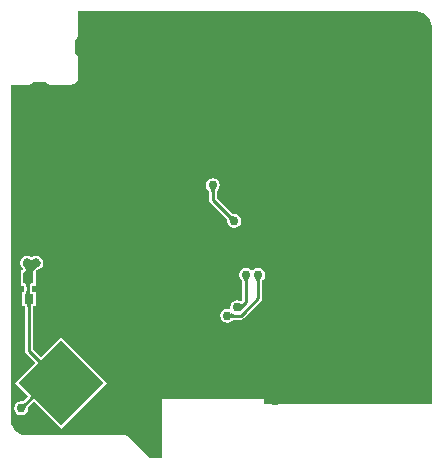
<source format=gbl>
G04*
G04 #@! TF.GenerationSoftware,Altium Limited,Altium Designer,21.3.1 (25)*
G04*
G04 Layer_Physical_Order=2*
G04 Layer_Color=16711680*
%FSLAX25Y25*%
%MOIN*%
G70*
G04*
G04 #@! TF.SameCoordinates,9192AE54-2D66-49C7-9B86-A226D0D4A20B*
G04*
G04*
G04 #@! TF.FilePolarity,Positive*
G04*
G01*
G75*
%ADD16R,0.03347X0.03543*%
%ADD28R,0.02985X0.03197*%
%ADD42C,0.01000*%
%ADD46C,0.03000*%
%ADD47P,0.28284X4X270.0*%
G36*
X243998Y141742D02*
X245011Y141336D01*
X245925Y140740D01*
X246706Y139977D01*
X247322Y139076D01*
X247751Y138073D01*
X247976Y137005D01*
X247982Y136464D01*
X247995Y11304D01*
X247641Y10950D01*
X191900D01*
Y12650D01*
X158071Y12650D01*
Y-6980D01*
X153739D01*
X146541Y219D01*
X146540Y219D01*
X146540Y219D01*
X146373Y330D01*
X146210Y440D01*
X146210Y440D01*
X146209Y440D01*
X146011Y479D01*
X145820Y517D01*
X145819Y517D01*
X145819Y517D01*
X113169Y500D01*
X113162Y499D01*
X113156Y500D01*
X112603Y493D01*
X111516Y694D01*
X110489Y1104D01*
X109561Y1706D01*
X108769Y2477D01*
X108143Y3388D01*
X107706Y4404D01*
X107476Y5486D01*
X107469Y6032D01*
X107469Y117378D01*
X113516Y117387D01*
X113555D01*
X113555Y117387D01*
X113556D01*
X113710Y117418D01*
X113945Y117465D01*
X114431Y117666D01*
X114431Y117666D01*
X114761Y117887D01*
X115133Y118259D01*
X115232Y118407D01*
X119087D01*
X119158Y118301D01*
X119530Y117929D01*
X119861Y117708D01*
X120347Y117507D01*
X120737Y117429D01*
X121000Y117429D01*
X127613Y117429D01*
X127613Y117429D01*
X127622Y117430D01*
X127630Y117429D01*
X127886Y117433D01*
X128076Y117474D01*
X128267Y117513D01*
X128739Y117713D01*
X128900Y117822D01*
X129062Y117929D01*
X129425Y118291D01*
X129534Y118453D01*
X129643Y118613D01*
X129845Y119084D01*
X129886Y119274D01*
X129928Y119464D01*
X129933Y119716D01*
X129934Y119720D01*
X129934Y119734D01*
X129926Y119784D01*
X129928Y119797D01*
Y119833D01*
X129931Y119854D01*
X129929Y119868D01*
X129928Y119871D01*
X129928Y126263D01*
X129851Y126653D01*
X129851Y126653D01*
X129649Y127139D01*
X129649Y127139D01*
X129428Y127470D01*
X129056Y127842D01*
X128909Y127941D01*
Y132147D01*
X128991Y132202D01*
X129349Y132559D01*
X129570Y132890D01*
X129763Y133357D01*
X129763Y133357D01*
X129841Y133747D01*
X129841Y134000D01*
X129841Y141933D01*
X242368Y141937D01*
X242374Y141938D01*
X242379Y141937D01*
X242925Y141943D01*
X243998Y141742D01*
D02*
G37*
%LPC*%
G36*
X174940Y86255D02*
X174043Y86076D01*
X173282Y85568D01*
X172774Y84807D01*
X172595Y83910D01*
X172774Y83013D01*
X173282Y82252D01*
X173392Y82178D01*
X173441Y82119D01*
X173487Y82054D01*
X173525Y81990D01*
X173556Y81928D01*
X173580Y81866D01*
X173599Y81804D01*
X173612Y81739D01*
X173615Y81721D01*
Y79060D01*
X173715Y78553D01*
X174003Y78123D01*
X179515Y72611D01*
X179526Y72597D01*
X179562Y72541D01*
X179594Y72483D01*
X179620Y72423D01*
X179642Y72357D01*
X179660Y72285D01*
X179674Y72206D01*
X179681Y72130D01*
X179655Y72000D01*
X179833Y71103D01*
X180342Y70342D01*
X181103Y69833D01*
X182000Y69655D01*
X182897Y69833D01*
X183658Y70342D01*
X184167Y71103D01*
X184345Y72000D01*
X184167Y72897D01*
X183658Y73658D01*
X182897Y74167D01*
X182000Y74345D01*
X181870Y74319D01*
X181794Y74326D01*
X181715Y74340D01*
X181643Y74358D01*
X181577Y74380D01*
X181517Y74407D01*
X181459Y74438D01*
X181403Y74474D01*
X181389Y74485D01*
X176266Y79609D01*
Y81721D01*
X176268Y81739D01*
X176281Y81804D01*
X176300Y81866D01*
X176324Y81928D01*
X176355Y81990D01*
X176393Y82054D01*
X176439Y82119D01*
X176488Y82178D01*
X176598Y82252D01*
X177106Y83013D01*
X177285Y83910D01*
X177106Y84807D01*
X176598Y85568D01*
X175837Y86076D01*
X174940Y86255D01*
D02*
G37*
G36*
X116000Y60345D02*
X115841Y60313D01*
X115841D01*
X115103Y60167D01*
X114572Y59812D01*
X114537Y59798D01*
X114537Y59798D01*
X114537Y59798D01*
X114505Y59784D01*
X114438Y59812D01*
X113907Y60167D01*
X113169Y60313D01*
X113169D01*
X113010Y60345D01*
X112850Y60313D01*
X112850D01*
X112112Y60167D01*
X111351Y59658D01*
X110843Y58897D01*
X110664Y58000D01*
X110843Y57103D01*
X111351Y56342D01*
X111461Y56268D01*
X111510Y56209D01*
X111557Y56144D01*
X111595Y56081D01*
X111599Y56072D01*
X111516Y55820D01*
X111470Y55737D01*
X111426Y55683D01*
X111326Y55596D01*
X111289Y55572D01*
X110968D01*
Y50428D01*
X111865D01*
X111932Y50415D01*
X111945Y50348D01*
Y48399D01*
X111239D01*
Y43601D01*
X112206D01*
Y28736D01*
X112307Y28229D01*
X112594Y27799D01*
X115710Y24683D01*
X109011Y17984D01*
X113315Y13680D01*
X111611Y11975D01*
X111597Y11965D01*
X111541Y11928D01*
X111484Y11897D01*
X111423Y11870D01*
X111357Y11848D01*
X111285Y11830D01*
X111206Y11817D01*
X111130Y11810D01*
X111000Y11835D01*
X110103Y11657D01*
X109342Y11149D01*
X108833Y10388D01*
X108655Y9490D01*
X108833Y8593D01*
X109342Y7832D01*
X110103Y7324D01*
X111000Y7145D01*
X111897Y7324D01*
X112658Y7832D01*
X113167Y8593D01*
X113345Y9490D01*
X113319Y9620D01*
X113326Y9697D01*
X113340Y9775D01*
X113358Y9847D01*
X113380Y9913D01*
X113407Y9974D01*
X113438Y10031D01*
X113474Y10087D01*
X113485Y10101D01*
X115189Y11805D01*
X124284Y2710D01*
X139558Y17984D01*
X124284Y33257D01*
X117585Y26558D01*
X114857Y29285D01*
Y43601D01*
X115824D01*
Y48399D01*
X114596D01*
Y50348D01*
X114609Y50415D01*
X114676Y50428D01*
X115914D01*
Y55252D01*
X115929Y55326D01*
X115970Y55388D01*
X116072Y55470D01*
X116135Y55514D01*
X116328Y55628D01*
X116410Y55670D01*
X116640Y55769D01*
X116720Y55798D01*
X116897Y55834D01*
X117658Y56342D01*
X118167Y57103D01*
X118313Y57841D01*
Y57841D01*
X118345Y58000D01*
X118167Y58897D01*
X117658Y59658D01*
X116897Y60167D01*
X116159Y60313D01*
X116159D01*
X116000Y60345D01*
D02*
G37*
G36*
X190000Y56345D02*
X189103Y56166D01*
X188342Y55658D01*
X188250Y55521D01*
X187750D01*
X187658Y55658D01*
X186897Y56166D01*
X186000Y56345D01*
X185103Y56166D01*
X184342Y55658D01*
X183833Y54897D01*
X183655Y54000D01*
X183833Y53103D01*
X184342Y52342D01*
X184452Y52268D01*
X184501Y52209D01*
X184547Y52144D01*
X184585Y52081D01*
X184616Y52018D01*
X184640Y51956D01*
X184659Y51894D01*
X184672Y51828D01*
X184675Y51811D01*
Y45495D01*
X184242Y45182D01*
X183937Y45386D01*
X183039Y45565D01*
X182142Y45386D01*
X181381Y44878D01*
X180873Y44117D01*
X180694Y43220D01*
X180722Y43082D01*
X180297Y42656D01*
X179750Y42765D01*
X178853Y42586D01*
X178092Y42078D01*
X177583Y41317D01*
X177405Y40420D01*
X177583Y39523D01*
X178092Y38762D01*
X178853Y38253D01*
X179750Y38075D01*
X180647Y38253D01*
X181408Y38762D01*
X181482Y38872D01*
X181541Y38921D01*
X181606Y38967D01*
X181669Y39005D01*
X181732Y39036D01*
X181794Y39060D01*
X181856Y39079D01*
X181922Y39092D01*
X181939Y39094D01*
X184199D01*
X184706Y39195D01*
X185136Y39483D01*
X186059Y40405D01*
X186059Y40405D01*
X190937Y45284D01*
X191225Y45714D01*
X191325Y46221D01*
Y51811D01*
X191328Y51828D01*
X191341Y51894D01*
X191360Y51956D01*
X191384Y52018D01*
X191415Y52081D01*
X191453Y52144D01*
X191499Y52209D01*
X191548Y52268D01*
X191658Y52342D01*
X192167Y53103D01*
X192345Y54000D01*
X192167Y54897D01*
X191658Y55658D01*
X190897Y56166D01*
X190000Y56345D01*
D02*
G37*
%LPD*%
G36*
X175885Y82729D02*
X175792Y82617D01*
X175709Y82500D01*
X175638Y82381D01*
X175577Y82258D01*
X175528Y82133D01*
X175489Y82003D01*
X175462Y81871D01*
X175445Y81735D01*
X175440Y81596D01*
X174440D01*
X174434Y81735D01*
X174418Y81871D01*
X174390Y82003D01*
X174352Y82133D01*
X174302Y82258D01*
X174242Y82381D01*
X174170Y82500D01*
X174088Y82617D01*
X173995Y82729D01*
X173890Y82839D01*
X175990D01*
X175885Y82729D01*
D02*
G37*
G36*
X180819Y73896D02*
X180927Y73811D01*
X181040Y73737D01*
X181159Y73673D01*
X181283Y73619D01*
X181412Y73575D01*
X181547Y73541D01*
X181688Y73517D01*
X181834Y73503D01*
X181985Y73500D01*
X180500Y72015D01*
X180497Y72166D01*
X180483Y72312D01*
X180459Y72453D01*
X180425Y72588D01*
X180381Y72717D01*
X180327Y72841D01*
X180263Y72960D01*
X180189Y73073D01*
X180104Y73181D01*
X180010Y73283D01*
X180717Y73990D01*
X180819Y73896D01*
D02*
G37*
G36*
X116579Y59398D02*
X116647Y59353D01*
X117353Y58647D01*
X117398Y58579D01*
X117513Y58000D01*
X117398Y57421D01*
X117070Y56930D01*
X116579Y56602D01*
X116483Y56583D01*
X116486Y56581D01*
X116340Y56528D01*
X116064Y56409D01*
X115935Y56344D01*
X115694Y56201D01*
X115582Y56123D01*
X115422Y55994D01*
X115337Y55909D01*
X115161Y55644D01*
X115099Y55332D01*
X115099Y55332D01*
Y51244D01*
X114596D01*
X114284Y51182D01*
X114019Y51005D01*
X113842Y50740D01*
X113780Y50428D01*
Y50000D01*
X112761D01*
Y50428D01*
X112699Y50740D01*
X112522Y51005D01*
X112257Y51182D01*
X111945Y51244D01*
X111783D01*
Y54776D01*
X111996Y54818D01*
X112261Y54995D01*
X112438Y55260D01*
X112500Y55572D01*
Y55860D01*
X112488Y55961D01*
X112460Y56093D01*
X112422Y56222D01*
X112372Y56349D01*
X112312Y56471D01*
X112240Y56590D01*
X112158Y56707D01*
X112064Y56819D01*
X111992Y56895D01*
X111940Y56930D01*
X111611Y57421D01*
X111496Y58000D01*
X111611Y58579D01*
X111940Y59070D01*
X112430Y59398D01*
X113010Y59513D01*
X113589Y59398D01*
X114052Y59089D01*
X114346Y58967D01*
X114664D01*
X114849Y59044D01*
X114958Y59089D01*
X115421Y59398D01*
X116000Y59513D01*
X116579Y59398D01*
D02*
G37*
G36*
X113776Y48394D02*
X113791Y48222D01*
X113816Y48071D01*
X113850Y47939D01*
X113896Y47828D01*
X113951Y47737D01*
X114016Y47666D01*
X114091Y47615D01*
X114175Y47585D01*
X114271Y47575D01*
X112271D01*
X112366Y47585D01*
X112451Y47615D01*
X112525Y47666D01*
X112591Y47737D01*
X112646Y47828D01*
X112691Y47939D01*
X112725Y48071D01*
X112750Y48222D01*
X112766Y48394D01*
X112771Y48587D01*
X113771D01*
X113776Y48394D01*
D02*
G37*
G36*
X114436Y44403D02*
X114351Y44373D01*
X114277Y44323D01*
X114211Y44253D01*
X114156Y44163D01*
X114111Y44053D01*
X114076Y43923D01*
X114051Y43773D01*
X114037Y43603D01*
X114032Y43413D01*
X113031D01*
X113026Y43603D01*
X113012Y43773D01*
X112987Y43923D01*
X112952Y44053D01*
X112907Y44163D01*
X112852Y44253D01*
X112786Y44323D01*
X112712Y44373D01*
X112627Y44403D01*
X112531Y44413D01*
X114532D01*
X114436Y44403D01*
D02*
G37*
G36*
X117006Y25976D02*
X117137Y25867D01*
X117260Y25778D01*
X117377Y25711D01*
X117487Y25665D01*
X117589Y25640D01*
X117684Y25637D01*
X117773Y25655D01*
X117854Y25694D01*
X117929Y25754D01*
X116514Y24340D01*
X116574Y24414D01*
X116613Y24495D01*
X116631Y24583D01*
X116627Y24679D01*
X116603Y24781D01*
X116557Y24891D01*
X116490Y25008D01*
X116401Y25131D01*
X116292Y25262D01*
X116161Y25400D01*
X116868Y26107D01*
X117006Y25976D01*
D02*
G37*
G36*
X115542Y12618D02*
X115468Y12678D01*
X115386Y12717D01*
X115297Y12734D01*
X115201Y12730D01*
X115098Y12704D01*
X114987Y12657D01*
X114869Y12589D01*
X114744Y12499D01*
X114612Y12388D01*
X114473Y12256D01*
X113766Y12963D01*
X113898Y13103D01*
X114009Y13235D01*
X114099Y13360D01*
X114167Y13478D01*
X114214Y13588D01*
X114239Y13691D01*
X114243Y13788D01*
X114226Y13876D01*
X114188Y13958D01*
X114128Y14032D01*
X115542Y12618D01*
D02*
G37*
G36*
X112990Y10773D02*
X112896Y10671D01*
X112811Y10563D01*
X112737Y10450D01*
X112673Y10332D01*
X112619Y10207D01*
X112575Y10078D01*
X112541Y9943D01*
X112517Y9803D01*
X112503Y9657D01*
X112500Y9505D01*
X111015Y10990D01*
X111166Y10994D01*
X111312Y11007D01*
X111453Y11031D01*
X111588Y11065D01*
X111717Y11109D01*
X111841Y11163D01*
X111960Y11227D01*
X112073Y11302D01*
X112181Y11386D01*
X112283Y11480D01*
X112990Y10773D01*
D02*
G37*
G36*
X190945Y52819D02*
X190852Y52707D01*
X190770Y52591D01*
X190698Y52471D01*
X190638Y52349D01*
X190588Y52223D01*
X190550Y52093D01*
X190522Y51961D01*
X190506Y51825D01*
X190500Y51686D01*
X189500D01*
X189495Y51825D01*
X189478Y51961D01*
X189451Y52093D01*
X189412Y52223D01*
X189363Y52349D01*
X189302Y52471D01*
X189231Y52591D01*
X189148Y52707D01*
X189055Y52819D01*
X188950Y52929D01*
X191050D01*
X190945Y52819D01*
D02*
G37*
G36*
X186945D02*
X186852Y52707D01*
X186769Y52591D01*
X186698Y52471D01*
X186637Y52349D01*
X186588Y52223D01*
X186549Y52093D01*
X186522Y51961D01*
X186505Y51825D01*
X186500Y51686D01*
X185500D01*
X185494Y51825D01*
X185478Y51961D01*
X185450Y52093D01*
X185412Y52223D01*
X185363Y52349D01*
X185302Y52471D01*
X185231Y52591D01*
X185148Y52707D01*
X185055Y52819D01*
X184950Y52929D01*
X187050D01*
X186945Y52819D01*
D02*
G37*
G36*
X184901Y42990D02*
X184289Y42391D01*
X184029Y44347D01*
X184117Y44280D01*
X184207Y44232D01*
X184300Y44203D01*
X184396Y44193D01*
X184493Y44201D01*
X184594Y44228D01*
X184696Y44274D01*
X184801Y44338D01*
X184909Y44421D01*
X185019Y44523D01*
X184901Y42990D01*
D02*
G37*
G36*
X180931Y41366D02*
X181044Y41272D01*
X181159Y41190D01*
X181279Y41118D01*
X181402Y41058D01*
X181527Y41008D01*
X181657Y40969D01*
X181789Y40942D01*
X181925Y40925D01*
X182064Y40920D01*
Y39920D01*
X181925Y39915D01*
X181789Y39898D01*
X181657Y39871D01*
X181527Y39832D01*
X181402Y39783D01*
X181279Y39722D01*
X181159Y39650D01*
X181044Y39568D01*
X180931Y39474D01*
X180821Y39370D01*
Y41470D01*
X180931Y41366D01*
D02*
G37*
D16*
X113441Y53000D02*
D03*
X118559D02*
D03*
D28*
X113531Y46000D02*
D03*
X118468D02*
D03*
D42*
X174940Y79060D02*
X182000Y72000D01*
X174940Y79060D02*
Y83910D01*
X183731Y42528D02*
X186000Y44797D01*
Y54000D01*
X183039Y43220D02*
X183731Y42528D01*
X183039Y43220D02*
Y43220D01*
X184199Y40420D02*
X185121Y41342D01*
X179750Y40420D02*
X184199D01*
X185121Y41342D02*
X185122D01*
X190000Y46221D01*
X182000Y72000D02*
Y72000D01*
X119494Y17984D02*
X123505Y18988D01*
X111000Y9490D02*
X119494Y17984D01*
X113010Y53500D02*
Y58000D01*
Y54302D02*
X116000Y57293D01*
X113010Y53500D02*
Y54302D01*
X116000Y57293D02*
Y58000D01*
X190000Y46221D02*
Y54000D01*
X113271Y46261D02*
X113531Y46000D01*
X113271Y46261D02*
Y53239D01*
X113010Y53500D02*
X113271Y53239D01*
X123505Y18988D02*
X124284Y17984D01*
X113531Y28736D02*
X124284Y17984D01*
X113531Y28736D02*
Y46000D01*
D46*
X177862Y52835D02*
D03*
X156000Y56000D02*
D03*
X125000Y112000D02*
D03*
X164000Y109000D02*
D03*
X174940Y83910D02*
D03*
X181410Y61340D02*
D03*
X183039Y43220D02*
D03*
X186060Y37580D02*
D03*
X179750Y40420D02*
D03*
X193500Y98000D02*
D03*
X182000Y72000D02*
D03*
X155000Y49725D02*
D03*
X163990Y43426D02*
D03*
X111000Y9490D02*
D03*
X113010Y58000D02*
D03*
X116000D02*
D03*
X155000Y-3000D02*
D03*
Y2000D02*
D03*
Y7000D02*
D03*
Y12000D02*
D03*
X165000Y15000D02*
D03*
X179000D02*
D03*
X172000D02*
D03*
X195519Y11950D02*
D03*
Y27678D02*
D03*
X187008Y33977D02*
D03*
X187000Y24528D02*
D03*
X197414Y40276D02*
D03*
X206500Y43000D02*
D03*
X195700Y46221D02*
D03*
X148000Y136000D02*
D03*
X132000Y127102D02*
D03*
X190000Y54000D02*
D03*
X186000D02*
D03*
X116000Y3000D02*
D03*
X143000D02*
D03*
X133000D02*
D03*
X128000D02*
D03*
D47*
X124284Y17984D02*
D03*
X230350Y124050D02*
D03*
M02*

</source>
